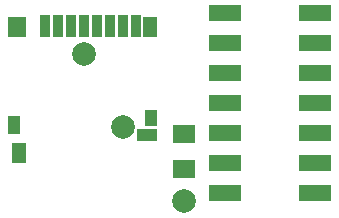
<source format=gts>
%FSLAX25Y25*%
%MOIN*%
G70*
G01*
G75*
G04 Layer_Color=8388736*
%ADD10C,0.01000*%
%ADD11R,0.05709X0.03500*%
%ADD12R,0.03150X0.05000*%
%ADD13R,0.03937X0.06102*%
%ADD14R,0.03150X0.05512*%
%ADD15R,0.05118X0.05906*%
%ADD16R,0.04318X0.05906*%
%ADD17R,0.02756X0.06890*%
%ADD18R,0.06890X0.05512*%
%ADD19C,0.02500*%
%ADD20C,0.02700*%
%ADD21C,0.03000*%
%ADD22R,0.10000X0.05000*%
%ADD23C,0.07087*%
%ADD24R,0.06509X0.04300*%
%ADD25R,0.03950X0.05800*%
%ADD26R,0.04737X0.06902*%
%ADD27R,0.03950X0.06312*%
%ADD28R,0.05918X0.06706*%
%ADD29R,0.05118X0.06706*%
%ADD30R,0.03556X0.07690*%
%ADD31R,0.07690X0.06312*%
%ADD32R,0.10800X0.05800*%
%ADD33C,0.07887*%
D24*
X332677Y349555D02*
D03*
D25*
X333957Y355067D02*
D03*
D26*
X289862Y343354D02*
D03*
D27*
X288287Y352902D02*
D03*
D28*
X289272Y385382D02*
D03*
D29*
X333563D02*
D03*
D30*
X315846Y385874D02*
D03*
X320177D02*
D03*
X328839D02*
D03*
X324508D02*
D03*
X307185D02*
D03*
X311516D02*
D03*
X302854D02*
D03*
X298524D02*
D03*
D31*
X345000Y349905D02*
D03*
Y338094D02*
D03*
D32*
X358500Y390000D02*
D03*
Y380000D02*
D03*
Y370000D02*
D03*
Y360000D02*
D03*
Y350000D02*
D03*
Y340000D02*
D03*
Y330000D02*
D03*
X388500Y390000D02*
D03*
Y380000D02*
D03*
Y370000D02*
D03*
Y360000D02*
D03*
Y350000D02*
D03*
Y340000D02*
D03*
Y330000D02*
D03*
D33*
X311500Y376500D02*
D03*
X345000Y327500D02*
D03*
X324500Y352000D02*
D03*
M02*

</source>
